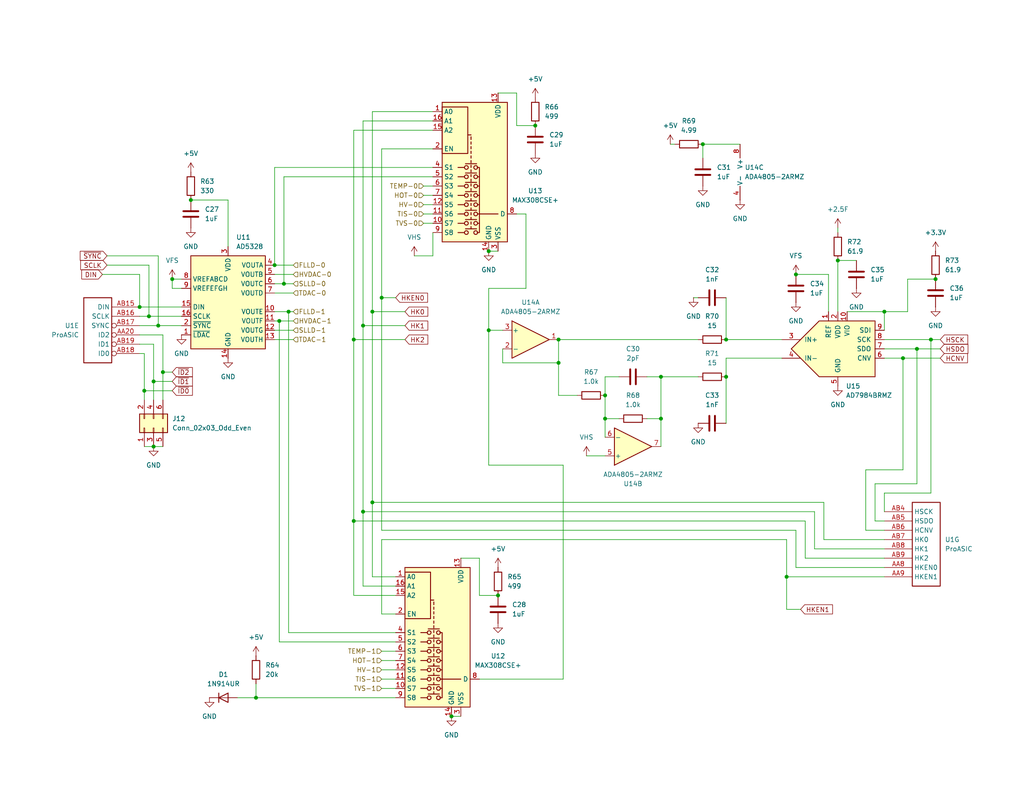
<source format=kicad_sch>
(kicad_sch (version 20231120) (generator "eeschema") (generator_version "8.0")
  (paper "USLetter")
  (title_block (title "QuERI MPU") (date "2024-06-05") (rev "RR1") (company "Noqsi Aerospace Ltd") (comment 1 "15 Blanchard Avenue, Billerica MA 01821") (comment 2 "jpd@noqsi.com"))
  (junction (at 133.35 68.58))
  (junction (at 254 92.71))
  (junction (at 99.06 139.7))
  (junction (at 104.14 81.28))
  (junction (at 76.2 87.63))
  (junction (at 41.91 104.14))
  (junction (at 77.47 77.47))
  (junction (at 133.35 90.17))
  (junction (at 241.3 85.09))
  (junction (at 101.6 137.16))
  (junction (at 146.05 34.29))
  (junction (at 246.38 97.79))
  (junction (at 74.93 72.39))
  (junction (at 180.34 102.87))
  (junction (at 101.6 85.09))
  (junction (at 44.45 101.6))
  (junction (at 255.27 76.2))
  (junction (at 214.63 157.48))
  (junction (at 99.06 88.9))
  (junction (at 46.99 76.2))
  (junction (at 250.19 95.25))
  (junction (at 123.19 195.58))
  (junction (at 69.85 190.5))
  (junction (at 191.77 39.37))
  (junction (at 228.6 71.12))
  (junction (at 198.12 102.87))
  (junction (at 217.17 74.93))
  (junction (at 39.37 106.68))
  (junction (at 41.91 121.92))
  (junction (at 43.18 88.9))
  (junction (at 135.89 162.56))
  (junction (at 165.1 107.95))
  (junction (at 180.34 114.3))
  (junction (at 38.1 83.82))
  (junction (at 165.1 114.3))
  (junction (at 52.07 54.61))
  (junction (at 40.64 86.36))
  (junction (at 78.74 85.09))
  (junction (at 152.4 92.71))
  (junction (at 96.52 142.24))
  (junction (at 198.12 92.71))
  (junction (at 96.52 92.71))
  (junction (at 152.4 99.06))
  (wire (pts (xy 123.19 195.58) (xy 125.73 195.58)))
  (wire (pts (xy 231.14 85.09) (xy 241.3 85.09)))
  (wire (pts (xy 152.4 92.71) (xy 190.5 92.71)))
  (wire (pts (xy 160.02 124.46) (xy 165.1 124.46)))
  (wire (pts (xy 254 134.62) (xy 254 92.71)))
  (wire (pts (xy 115.57 58.42) (xy 118.11 58.42)))
  (wire (pts (xy 143.51 78.74) (xy 133.35 78.74)))
  (wire (pts (xy 246.38 97.79) (xy 241.3 97.79)))
  (wire (pts (xy 250.19 95.25) (xy 241.3 95.25)))
  (wire (pts (xy 113.03 69.85) (xy 118.11 69.85)))
  (wire (pts (xy 180.34 102.87) (xy 176.53 102.87)))
  (wire (pts (xy 43.18 88.9) (xy 49.53 88.9)))
  (wire (pts (xy 165.1 107.95) (xy 165.1 114.3)))
  (wire (pts (xy 107.95 175.26) (xy 76.2 175.26)))
  (wire (pts (xy 247.65 76.2) (xy 255.27 76.2)))
  (wire (pts (xy 130.81 185.42) (xy 153.67 185.42)))
  (wire (pts (xy 130.81 162.56) (xy 130.81 152.4)))
  (wire (pts (xy 80.01 87.63) (xy 76.2 87.63)))
  (wire (pts (xy 241.3 134.62) (xy 254 134.62)))
  (wire (pts (xy 107.95 160.02) (xy 99.06 160.02)))
  (wire (pts (xy 44.45 101.6) (xy 44.45 91.44)))
  (wire (pts (xy 104.14 167.64) (xy 107.95 167.64)))
  (wire (pts (xy 99.06 139.7) (xy 99.06 160.02)))
  (wire (pts (xy 152.4 99.06) (xy 152.4 92.71)))
  (wire (pts (xy 238.76 142.24) (xy 238.76 132.08)))
  (wire (pts (xy 165.1 114.3) (xy 165.1 119.38)))
  (wire (pts (xy 80.01 90.17) (xy 74.93 90.17)))
  (wire (pts (xy 153.67 127) (xy 133.35 127)))
  (wire (pts (xy 104.14 40.64) (xy 118.11 40.64)))
  (wire (pts (xy 247.65 85.09) (xy 247.65 76.2)))
  (wire (pts (xy 241.3 147.32) (xy 224.79 147.32)))
  (wire (pts (xy 104.14 185.42) (xy 107.95 185.42)))
  (wire (pts (xy 104.14 81.28) (xy 107.95 81.28)))
  (wire (pts (xy 226.06 85.09) (xy 226.06 74.93)))
  (wire (pts (xy 43.18 69.85) (xy 43.18 88.9)))
  (wire (pts (xy 241.3 152.4) (xy 219.71 152.4)))
  (wire (pts (xy 101.6 137.16) (xy 101.6 157.48)))
  (wire (pts (xy 44.45 101.6) (xy 46.99 101.6)))
  (wire (pts (xy 133.35 127) (xy 133.35 90.17)))
  (wire (pts (xy 222.25 149.86) (xy 222.25 139.7)))
  (wire (pts (xy 104.14 177.8) (xy 107.95 177.8)))
  (wire (pts (xy 39.37 96.52) (xy 38.1 96.52)))
  (wire (pts (xy 104.14 144.78) (xy 104.14 81.28)))
  (wire (pts (xy 168.91 102.87) (xy 165.1 102.87)))
  (wire (pts (xy 41.91 104.14) (xy 41.91 93.98)))
  (wire (pts (xy 198.12 81.28) (xy 198.12 92.71)))
  (wire (pts (xy 80.01 74.93) (xy 74.93 74.93)))
  (wire (pts (xy 118.11 33.02) (xy 99.06 33.02)))
  (wire (pts (xy 96.52 92.71) (xy 96.52 142.24)))
  (wire (pts (xy 77.47 48.26) (xy 77.47 77.47)))
  (wire (pts (xy 222.25 139.7) (xy 99.06 139.7)))
  (wire (pts (xy 118.11 45.72) (xy 74.93 45.72)))
  (wire (pts (xy 64.77 190.5) (xy 69.85 190.5)))
  (wire (pts (xy 40.64 86.36) (xy 49.53 86.36)))
  (wire (pts (xy 133.35 78.74) (xy 133.35 90.17)))
  (wire (pts (xy 80.01 80.01) (xy 74.93 80.01)))
  (wire (pts (xy 39.37 109.22) (xy 39.37 106.68)))
  (wire (pts (xy 49.53 78.74) (xy 46.99 78.74)))
  (wire (pts (xy 152.4 99.06) (xy 152.4 107.95)))
  (wire (pts (xy 118.11 35.56) (xy 96.52 35.56)))
  (wire (pts (xy 246.38 97.79) (xy 256.54 97.79)))
  (wire (pts (xy 101.6 137.16) (xy 224.79 137.16)))
  (wire (pts (xy 39.37 106.68) (xy 39.37 96.52)))
  (wire (pts (xy 41.91 121.92) (xy 44.45 121.92)))
  (wire (pts (xy 228.6 63.5) (xy 228.6 62.23)))
  (wire (pts (xy 80.01 72.39) (xy 74.93 72.39)))
  (wire (pts (xy 241.3 144.78) (xy 236.22 144.78)))
  (wire (pts (xy 228.6 71.12) (xy 228.6 85.09)))
  (wire (pts (xy 76.2 87.63) (xy 74.93 87.63)))
  (wire (pts (xy 69.85 190.5) (xy 107.95 190.5)))
  (wire (pts (xy 41.91 93.98) (xy 38.1 93.98)))
  (wire (pts (xy 140.97 34.29) (xy 146.05 34.29)))
  (wire (pts (xy 226.06 74.93) (xy 217.17 74.93)))
  (wire (pts (xy 214.63 147.32) (xy 104.14 147.32)))
  (wire (pts (xy 69.85 186.69) (xy 69.85 190.5)))
  (wire (pts (xy 46.99 76.2) (xy 49.53 76.2)))
  (wire (pts (xy 38.1 88.9) (xy 43.18 88.9)))
  (wire (pts (xy 39.37 106.68) (xy 46.99 106.68)))
  (wire (pts (xy 99.06 33.02) (xy 99.06 88.9)))
  (wire (pts (xy 29.21 72.39) (xy 40.64 72.39)))
  (wire (pts (xy 39.37 121.92) (xy 41.91 121.92)))
  (wire (pts (xy 130.81 152.4) (xy 125.73 152.4)))
  (wire (pts (xy 219.71 142.24) (xy 96.52 142.24)))
  (wire (pts (xy 41.91 109.22) (xy 41.91 104.14)))
  (wire (pts (xy 104.14 81.28) (xy 104.14 40.64)))
  (wire (pts (xy 135.89 25.4) (xy 140.97 25.4)))
  (wire (pts (xy 182.88 39.37) (xy 184.15 39.37)))
  (wire (pts (xy 76.2 175.26) (xy 76.2 87.63)))
  (wire (pts (xy 241.3 85.09) (xy 247.65 85.09)))
  (wire (pts (xy 214.63 157.48) (xy 214.63 147.32)))
  (wire (pts (xy 96.52 35.56) (xy 96.52 92.71)))
  (wire (pts (xy 101.6 30.48) (xy 101.6 85.09)))
  (wire (pts (xy 27.94 74.93) (xy 38.1 74.93)))
  (wire (pts (xy 236.22 144.78) (xy 236.22 128.27)))
  (wire (pts (xy 168.91 114.3) (xy 165.1 114.3)))
  (wire (pts (xy 153.67 185.42) (xy 153.67 127)))
  (wire (pts (xy 140.97 25.4) (xy 140.97 34.29)))
  (wire (pts (xy 115.57 53.34) (xy 118.11 53.34)))
  (wire (pts (xy 241.3 154.94) (xy 217.17 154.94)))
  (wire (pts (xy 115.57 50.8) (xy 118.11 50.8)))
  (wire (pts (xy 198.12 102.87) (xy 198.12 115.57)))
  (wire (pts (xy 198.12 97.79) (xy 198.12 102.87)))
  (wire (pts (xy 104.14 180.34) (xy 107.95 180.34)))
  (wire (pts (xy 44.45 91.44) (xy 38.1 91.44)))
  (wire (pts (xy 137.16 99.06) (xy 152.4 99.06)))
  (wire (pts (xy 29.21 69.85) (xy 43.18 69.85)))
  (wire (pts (xy 107.95 172.72) (xy 78.74 172.72)))
  (wire (pts (xy 228.6 71.12) (xy 233.68 71.12)))
  (wire (pts (xy 96.52 142.24) (xy 96.52 162.56)))
  (wire (pts (xy 191.77 39.37) (xy 201.93 39.37)))
  (wire (pts (xy 254 92.71) (xy 241.3 92.71)))
  (wire (pts (xy 96.52 92.71) (xy 110.49 92.71)))
  (wire (pts (xy 104.14 182.88) (xy 107.95 182.88)))
  (wire (pts (xy 241.3 139.7) (xy 241.3 134.62)))
  (wire (pts (xy 104.14 187.96) (xy 107.95 187.96)))
  (wire (pts (xy 38.1 86.36) (xy 40.64 86.36)))
  (wire (pts (xy 41.91 104.14) (xy 46.99 104.14)))
  (wire (pts (xy 130.81 162.56) (xy 135.89 162.56)))
  (wire (pts (xy 241.3 85.09) (xy 241.3 90.17)))
  (wire (pts (xy 104.14 147.32) (xy 104.14 167.64)))
  (wire (pts (xy 236.22 128.27) (xy 246.38 128.27)))
  (wire (pts (xy 180.34 102.87) (xy 180.34 114.3)))
  (wire (pts (xy 62.23 67.31) (xy 62.23 54.61)))
  (wire (pts (xy 118.11 30.48) (xy 101.6 30.48)))
  (wire (pts (xy 152.4 107.95) (xy 157.48 107.95)))
  (wire (pts (xy 115.57 55.88) (xy 118.11 55.88)))
  (wire (pts (xy 241.3 149.86) (xy 222.25 149.86)))
  (wire (pts (xy 96.52 162.56) (xy 107.95 162.56)))
  (wire (pts (xy 40.64 72.39) (xy 40.64 86.36)))
  (wire (pts (xy 254 92.71) (xy 256.54 92.71)))
  (wire (pts (xy 191.77 39.37) (xy 191.77 43.18)))
  (wire (pts (xy 101.6 85.09) (xy 101.6 137.16)))
  (wire (pts (xy 218.44 166.37) (xy 214.63 166.37)))
  (wire (pts (xy 38.1 83.82) (xy 49.53 83.82)))
  (wire (pts (xy 180.34 121.92) (xy 180.34 114.3)))
  (wire (pts (xy 180.34 114.3) (xy 176.53 114.3)))
  (wire (pts (xy 46.99 78.74) (xy 46.99 76.2)))
  (wire (pts (xy 74.93 45.72) (xy 74.93 72.39)))
  (wire (pts (xy 80.01 92.71) (xy 74.93 92.71)))
  (wire (pts (xy 165.1 102.87) (xy 165.1 107.95)))
  (wire (pts (xy 133.35 90.17) (xy 137.16 90.17)))
  (wire (pts (xy 241.3 157.48) (xy 214.63 157.48)))
  (wire (pts (xy 250.19 132.08) (xy 250.19 95.25)))
  (wire (pts (xy 99.06 88.9) (xy 99.06 139.7)))
  (wire (pts (xy 101.6 85.09) (xy 110.49 85.09)))
  (wire (pts (xy 140.97 58.42) (xy 143.51 58.42)))
  (wire (pts (xy 99.06 88.9) (xy 110.49 88.9)))
  (wire (pts (xy 217.17 144.78) (xy 104.14 144.78)))
  (wire (pts (xy 118.11 48.26) (xy 77.47 48.26)))
  (wire (pts (xy 77.47 77.47) (xy 74.93 77.47)))
  (wire (pts (xy 246.38 128.27) (xy 246.38 97.79)))
  (wire (pts (xy 44.45 109.22) (xy 44.45 101.6)))
  (wire (pts (xy 38.1 74.93) (xy 38.1 83.82)))
  (wire (pts (xy 189.23 81.28) (xy 190.5 81.28)))
  (wire (pts (xy 143.51 58.42) (xy 143.51 78.74)))
  (wire (pts (xy 80.01 85.09) (xy 78.74 85.09)))
  (wire (pts (xy 133.35 68.58) (xy 135.89 68.58)))
  (wire (pts (xy 78.74 172.72) (xy 78.74 85.09)))
  (wire (pts (xy 180.34 102.87) (xy 190.5 102.87)))
  (wire (pts (xy 250.19 95.25) (xy 256.54 95.25)))
  (wire (pts (xy 62.23 54.61) (xy 52.07 54.61)))
  (wire (pts (xy 217.17 154.94) (xy 217.17 144.78)))
  (wire (pts (xy 214.63 166.37) (xy 214.63 157.48)))
  (wire (pts (xy 80.01 77.47) (xy 77.47 77.47)))
  (wire (pts (xy 238.76 132.08) (xy 250.19 132.08)))
  (wire (pts (xy 115.57 60.96) (xy 118.11 60.96)))
  (wire (pts (xy 118.11 69.85) (xy 118.11 63.5)))
  (wire (pts (xy 74.93 85.09) (xy 78.74 85.09)))
  (wire (pts (xy 101.6 157.48) (xy 107.95 157.48)))
  (wire (pts (xy 213.36 97.79) (xy 198.12 97.79)))
  (wire (pts (xy 219.71 152.4) (xy 219.71 142.24)))
  (wire (pts (xy 137.16 95.25) (xy 137.16 99.06)))
  (wire (pts (xy 198.12 92.71) (xy 213.36 92.71)))
  (wire (pts (xy 241.3 142.24) (xy 238.76 142.24)))
  (wire (pts (xy 224.79 147.32) (xy 224.79 137.16)))
  (global_label "HK0" (shape input) (at 110.49 85.09 0) (property "Intersheetrefs" "${INTERSHEET_REFS}" (effects (hide yes))))
  (global_label "~{ID0}" (shape input) (at 46.99 106.68 0) (property "Intersheetrefs" "${INTERSHEET_REFS}" (effects (hide yes))))
  (global_label "~{ID2}" (shape input) (at 46.99 101.6 0) (property "Intersheetrefs" "${INTERSHEET_REFS}" (effects (hide yes))))
  (global_label "HSDO" (shape input) (at 256.54 95.25 0) (property "Intersheetrefs" "${INTERSHEET_REFS}" (effects (hide yes))))
  (global_label "HKEN1" (shape input) (at 218.44 166.37 0) (property "Intersheetrefs" "${INTERSHEET_REFS}" (effects (hide yes))))
  (global_label "DIN" (shape input) (at 27.94 74.93 180) (property "Intersheetrefs" "${INTERSHEET_REFS}" (effects (hide yes))))
  (global_label "HCNV" (shape input) (at 256.54 97.79 0) (property "Intersheetrefs" "${INTERSHEET_REFS}" (effects (hide yes))))
  (global_label "SCLK" (shape input) (at 29.21 72.39 180) (property "Intersheetrefs" "${INTERSHEET_REFS}" (effects (hide yes))))
  (global_label "~{SYNC}" (shape input) (at 29.21 69.85 180) (property "Intersheetrefs" "${INTERSHEET_REFS}" (effects (hide yes))))
  (global_label "HK1" (shape input) (at 110.49 88.9 0) (property "Intersheetrefs" "${INTERSHEET_REFS}" (effects (hide yes))))
  (global_label "HSCK" (shape input) (at 256.54 92.71 0) (property "Intersheetrefs" "${INTERSHEET_REFS}" (effects (hide yes))))
  (global_label "HK2" (shape input) (at 110.49 92.71 0) (property "Intersheetrefs" "${INTERSHEET_REFS}" (effects (hide yes))))
  (global_label "HKEN0" (shape input) (at 107.95 81.28 0) (property "Intersheetrefs" "${INTERSHEET_REFS}" (effects (hide yes))))
  (global_label "~{ID1}" (shape input) (at 46.99 104.14 0) (property "Intersheetrefs" "${INTERSHEET_REFS}" (effects (hide yes))))
  (hierarchical_label "HV-1" (shape input) (at 104.14 182.88 180))
  (hierarchical_label "HOT-1" (shape input) (at 104.14 180.34 180))
  (hierarchical_label "SLLD-1" (shape input) (at 80.01 90.17 0))
  (hierarchical_label "TIS-1" (shape input) (at 104.14 185.42 180))
  (hierarchical_label "TVS-1" (shape input) (at 104.14 187.96 180))
  (hierarchical_label "TIS-0" (shape input) (at 115.57 58.42 180))
  (hierarchical_label "HV-0" (shape input) (at 115.57 55.88 180))
  (hierarchical_label "FLLD-0" (shape input) (at 80.01 72.39 0))
  (hierarchical_label "TVS-0" (shape input) (at 115.57 60.96 180))
  (hierarchical_label "TDAC-0" (shape input) (at 80.01 80.01 0))
  (hierarchical_label "TEMP-1" (shape input) (at 104.14 177.8 180))
  (hierarchical_label "HOT-0" (shape input) (at 115.57 53.34 180))
  (hierarchical_label "TDAC-1" (shape input) (at 80.01 92.71 0))
  (hierarchical_label "TEMP-0" (shape input) (at 115.57 50.8 180))
  (hierarchical_label "FLLD-1" (shape input) (at 80.01 85.09 0))
  (hierarchical_label "HVDAC-0" (shape input) (at 80.01 74.93 0))
  (hierarchical_label "SLLD-0" (shape input) (at 80.01 77.47 0))
  (hierarchical_label "HVDAC-1" (shape input) (at 80.01 87.63 0))
  (symbol (lib_id "QuERI_symbols:C") (at 146.05 38.1 0) (unit 1)
    (property "Reference" "C29" (at 149.86 36.8299 0) (effects (justify left)))
    (property "Value" "1uF" (at 149.86 39.3699 0) (effects (justify left)))
    (property "Footprint" "Capacitor_SMD:C_0805_2012Metric" (effects (hide yes)))
    (property "Description" "Unpolarized capacitor" (effects (hide yes)))
    (property "Spec" "16WVDC X7R" (effects (hide yes)))
  )
  (symbol (lib_id "QuERI_symbols:+2.5F") (at 217.17 74.93 0) (unit 1)
    (property "Reference" "#PWR0107" (effects (hide yes)))
    (property "Value" "VFS" (at 217.17 69.85 0))
    (property "Description" "Power symbol creates a global label with name \"+2.5F\"" (effects (hide yes)))
  )
  (symbol (lib_id "power:GND") (at 228.6 105.41 0) (unit 1)
    (property "Reference" "#PWR0109" (effects (hide yes)))
    (property "Value" "GND" (at 228.6 110.49 0))
    (property "Description" "Power symbol creates a global label with name \"GND\" , ground" (effects (hide yes)))
  )
  (symbol (lib_id "QuERI_symbols:Rlowp") (at 146.05 30.48 0) (unit 1)
    (property "Reference" "R66" (at 148.59 29.2099 0) (effects (justify left)))
    (property "Value" "499" (at 148.59 31.7499 0) (effects (justify left)))
    (property "Footprint" "Resistor_SMD:R_0603_1608Metric" (effects (hide yes)))
    (property "Description" "Resistor" (effects (hide yes)))
    (property "Spec" "1% 1/10W" (effects (hide yes)))
  )
  (symbol (lib_id "QuERI_symbols:1N914UR") (at 60.96 190.5 0) (unit 1)
    (property "Reference" "D1" (at 60.96 184.15 0))
    (property "Value" "1N914UR" (at 60.96 186.69 0))
    (property "Footprint" "Diode_SMD:D_MiniMELF" (effects (hide yes)))
    (property "Description" "General Purpose Switching Diode" (effects (hide yes)))
    (property "Sim.Device" "D" (effects (hide yes)))
    (property "Sim.Pins" "1=K 2=A" (effects (hide yes)))
  )
  (symbol (lib_id "QuERI_symbols:+2.5F") (at 160.02 124.46 0) (unit 1)
    (property "Reference" "#PWR0101" (effects (hide yes)))
    (property "Value" "VHS" (at 160.02 119.38 0))
    (property "Description" "Power symbol creates a global label with name \"+2.5F\"" (effects (hide yes)))
  )
  (symbol (lib_id "QuERI_symbols:Rlowp") (at 69.85 182.88 0) (unit 1)
    (property "Reference" "R64" (at 72.39 181.6099 0) (effects (justify left)))
    (property "Value" "20k" (at 72.39 184.1499 0) (effects (justify left)))
    (property "Footprint" "Resistor_SMD:R_0603_1608Metric" (effects (hide yes)))
    (property "Description" "Resistor" (effects (hide yes)))
    (property "Spec" "1% 1/10W" (effects (hide yes)))
  )
  (symbol (lib_id "QuERI_symbols:Rlowp") (at 161.29 107.95 90) (unit 1)
    (property "Reference" "R67" (at 161.29 101.6 90))
    (property "Value" "1.0k" (at 161.29 104.14 90))
    (property "Footprint" "Resistor_SMD:R_0603_1608Metric" (effects (hide yes)))
    (property "Description" "Resistor" (effects (hide yes)))
    (property "Spec" "1% 1/10W" (effects (hide yes)))
  )
  (symbol (lib_id "power:GND") (at 189.23 81.28 0) (unit 1)
    (property "Reference" "#PWR0103" (effects (hide yes)))
    (property "Value" "GND" (at 189.23 86.36 0))
    (property "Description" "Power symbol creates a global label with name \"GND\" , ground" (effects (hide yes)))
  )
  (symbol (lib_id "QuERI_symbols:+2.5F") (at 228.6 62.23 0) (unit 1)
    (property "Reference" "#PWR0335" (effects (hide yes)))
    (property "Value" "+2.5F" (at 228.6 57.15 0))
    (property "Description" "Power symbol creates a global label with name \"+2.5F\"" (effects (hide yes)))
  )
  (symbol (lib_id "power:+3.3V") (at 255.27 68.58 0) (unit 1)
    (property "Reference" "#PWR0111" (effects (hide yes)))
    (property "Value" "+3.3V" (at 255.27 63.5 0))
    (property "Description" "Power symbol creates a global label with name \"+3.3V\"" (effects (hide yes)))
  )
  (symbol (lib_id "QuERI_symbols:ADA4805-2ARMZ") (at 172.72 121.92 0) (mirror x) (unit 2)
    (property "Reference" "U14" (at 172.72 132.08 0))
    (property "Value" "ADA4805-2ARMZ" (at 172.72 129.54 0))
    (property "Footprint" "Package_SO:MSOP-8_3x3mm_P0.65mm" (effects (hide yes)))
    (property "Datasheet" "https://www.analog.com/media/en/technical-documentation/data-sheets/ADA4805-1_4805-2.pdf" (effects (hide yes)))
    (property "Description" "Dual Operational Amplifiers, DIP-8/SOIC-8/TSSOP-8/VSSOP-8" (effects (hide yes)))
  )
  (symbol (lib_id "QuERI_FPGA:ProASIC") (at 38.1 83.82 0) (mirror y) (unit 5)
    (property "Reference" "U1" (at 21.59 88.8999 0) (effects (justify left)))
    (property "Value" "ProASIC" (at 21.59 91.4399 0) (effects (justify left)))
    (property "Footprint" "Package_BGA:BGA-484_23.0x23.0mm_Layout22x22_P1.0mm" (effects (hide yes)))
    (property "Datasheet" "	https://www.microsemi.com/document-portal/doc_download/130701-ds0098-proasic3e-flash-family-fpgas-datasheet" (effects (hide yes)))
    (property "Description" "	A3PE3000-FGG484" (effects (hide yes)))
    (property "desc" "	FPGA" (effects (hide yes)))
  )
  (symbol (lib_id "QuERI_symbols:Rlowp") (at 52.07 50.8 0) (unit 1)
    (property "Reference" "R63" (at 54.61 49.5299 0) (effects (justify left)))
    (property "Value" "330" (at 54.61 52.0699 0) (effects (justify left)))
    (property "Footprint" "Resistor_SMD:R_0603_1608Metric" (effects (hide yes)))
    (property "Description" "Resistor" (effects (hide yes)))
    (property "Spec" "1% 1/10W" (effects (hide yes)))
  )
  (symbol (lib_id "QuERI_symbols:C") (at 135.89 166.37 0) (unit 1)
    (property "Reference" "C28" (at 139.7 165.0999 0) (effects (justify left)))
    (property "Value" "1uF" (at 139.7 167.6399 0) (effects (justify left)))
    (property "Footprint" "Capacitor_SMD:C_0805_2012Metric" (effects (hide yes)))
    (property "Description" "Unpolarized capacitor" (effects (hide yes)))
    (property "Spec" "16WVDC X7R" (effects (hide yes)))
  )
  (symbol (lib_id "power:GND") (at 57.15 190.5 0) (unit 1)
    (property "Reference" "#PWR092" (effects (hide yes)))
    (property "Value" "GND" (at 57.15 195.58 0))
    (property "Description" "Power symbol creates a global label with name \"GND\" , ground" (effects (hide yes)))
  )
  (symbol (lib_id "power:GND") (at 191.77 50.8 0) (unit 1)
    (property "Reference" "#PWR0105" (effects (hide yes)))
    (property "Value" "GND" (at 191.77 55.88 0))
    (property "Description" "Power symbol creates a global label with name \"GND\" , ground" (effects (hide yes)))
  )
  (symbol (lib_id "QuERI_symbols:Csmall") (at 194.31 115.57 90) (unit 1)
    (property "Reference" "C33" (at 194.31 107.95 90))
    (property "Value" "1nF" (at 194.31 110.49 90))
    (property "Footprint" "Capacitor_SMD:C_0603_1608Metric" (effects (hide yes)))
    (property "Description" "Unpolarized capacitor" (effects (hide yes)))
    (property "Spec" "50WVDC C0G" (effects (hide yes)))
  )
  (symbol (lib_id "QuERI_symbols:Rlowp") (at 172.72 114.3 90) (unit 1)
    (property "Reference" "R68" (at 172.72 107.95 90))
    (property "Value" "1.0k" (at 172.72 110.49 90))
    (property "Footprint" "Resistor_SMD:R_0603_1608Metric" (effects (hide yes)))
    (property "Description" "Resistor" (effects (hide yes)))
    (property "Spec" "1% 1/10W" (effects (hide yes)))
  )
  (symbol (lib_id "power:+5V") (at 182.88 39.37 0) (unit 1)
    (property "Reference" "#PWR0102" (effects (hide yes)))
    (property "Value" "+5V" (at 182.88 34.29 0))
    (property "Description" "Power symbol creates a global label with name \"+5V\"" (effects (hide yes)))
  )
  (symbol (lib_id "power:GND") (at 49.53 91.44 0) (unit 1)
    (property "Reference" "#PWR091" (effects (hide yes)))
    (property "Value" "GND" (at 49.53 96.52 0))
    (property "Description" "Power symbol creates a global label with name \"GND\" , ground" (effects (hide yes)))
  )
  (symbol (lib_id "QuERI_symbols:Rlowp") (at 255.27 72.39 0) (unit 1)
    (property "Reference" "R73" (at 257.81 71.12 0) (effects (justify left)))
    (property "Value" "61.9" (at 257.81 73.66 0) (effects (justify left)))
    (property "Footprint" "Resistor_SMD:R_0603_1608Metric" (effects (hide yes)))
    (property "Description" "Resistor" (effects (hide yes)))
    (property "Spec" "1% 1/10W" (effects (hide yes)))
  )
  (symbol (lib_id "QuERI_symbols:Rlowp") (at 135.89 158.75 0) (unit 1)
    (property "Reference" "R65" (at 138.43 157.4799 0) (effects (justify left)))
    (property "Value" "499" (at 138.43 160.0199 0) (effects (justify left)))
    (property "Footprint" "Resistor_SMD:R_0603_1608Metric" (effects (hide yes)))
    (property "Description" "Resistor" (effects (hide yes)))
    (property "Spec" "1% 1/10W" (effects (hide yes)))
  )
  (symbol (lib_id "QuERI_FPGA:ProASIC") (at 241.3 139.7 0) (unit 7)
    (property "Reference" "U1" (at 257.81 147.3199 0) (effects (justify left)))
    (property "Value" "ProASIC" (at 257.81 149.8599 0) (effects (justify left)))
    (property "Footprint" "Package_BGA:BGA-484_23.0x23.0mm_Layout22x22_P1.0mm" (effects (hide yes)))
    (property "Datasheet" "	https://www.microsemi.com/document-portal/doc_download/130701-ds0098-proasic3e-flash-family-fpgas-datasheet" (effects (hide yes)))
    (property "Description" "	A3PE3000-FGG484" (effects (hide yes)))
    (property "desc" "	FPGA" (effects (hide yes)))
  )
  (symbol (lib_id "QuERI_symbols:ADA4805-2ARMZ") (at 144.78 92.71 0) (unit 1)
    (property "Reference" "U14" (at 144.78 82.55 0))
    (property "Value" "ADA4805-2ARMZ" (at 144.78 85.09 0))
    (property "Footprint" "Package_SO:MSOP-8_3x3mm_P0.65mm" (effects (hide yes)))
    (property "Datasheet" "https://www.analog.com/media/en/technical-documentation/data-sheets/ADA4805-1_4805-2.pdf" (effects (hide yes)))
    (property "Description" "Dual Operational Amplifiers, DIP-8/SOIC-8/TSSOP-8/VSSOP-8" (effects (hide yes)))
  )
  (symbol (lib_id "QuERI_symbols:Rlowp") (at 187.96 39.37 90) (unit 1)
    (property "Reference" "R69" (at 187.96 33.02 90))
    (property "Value" "4.99" (at 187.96 35.56 90))
    (property "Footprint" "Resistor_SMD:R_0603_1608Metric" (effects (hide yes)))
    (property "Description" "Resistor" (effects (hide yes)))
    (property "Spec" "1% 1/10W" (effects (hide yes)))
  )
  (symbol (lib_id "QuERI_symbols:AD7984BRMZ") (at 228.6 95.25 0) (unit 1)
    (property "Reference" "U15" (at 230.7941 105.41 0) (effects (justify left)))
    (property "Value" "AD7984BRMZ" (at 230.7941 107.95 0) (effects (justify left)))
    (property "Footprint" "Package_SO:MSOP-10_3x3mm_P0.5mm" (effects (hide yes)))
    (property "Datasheet" "https://www.analog.com/media/en/technical-documentation/data-sheets/AD7984.pdf" (effects (hide yes)))
    (property "Description" "18-Bit, 1.33 MSPS, Differential SAR ADC, MSOP-10" (effects (hide yes)))
  )
  (symbol (lib_id "QuERI_symbols:+2.5F") (at 113.03 69.85 0) (unit 1)
    (property "Reference" "#PWR0334" (effects (hide yes)))
    (property "Value" "VHS" (at 113.03 64.77 0))
    (property "Description" "Power symbol creates a global label with name \"+2.5F\"" (effects (hide yes)))
  )
  (symbol (lib_id "power:+5V") (at 146.05 26.67 0) (unit 1)
    (property "Reference" "#PWR099" (effects (hide yes)))
    (property "Value" "+5V" (at 146.05 21.59 0))
    (property "Description" "Power symbol creates a global label with name \"+5V\"" (effects (hide yes)))
  )
  (symbol (lib_id "QuERI_symbols:MAX308CSE+") (at 118.11 175.26 0) (unit 1)
    (property "Reference" "U12" (at 135.89 179.1014 0))
    (property "Value" "MAX308CSE+" (at 135.89 181.6414 0))
    (property "Footprint" "Package_SO:SO-16_3.9x9.9mm_P1.27mm" (effects (hide yes)))
    (property "Datasheet" "https://www.analog.com/media/en/technical-documentation/data-sheets/MAX308-MAX309.pdf" (effects (hide yes)))
    (property "Description" "8-channel iCMOS analog multiplexer, SO-16" (effects (hide yes)))
  )
  (symbol (lib_id "power:GND") (at 135.89 170.18 0) (unit 1)
    (property "Reference" "#PWR098" (effects (hide yes)))
    (property "Value" "GND" (at 135.89 175.26 0))
    (property "Description" "Power symbol creates a global label with name \"GND\" , ground" (effects (hide yes)))
  )
  (symbol (lib_id "power:GND") (at 201.93 54.61 0) (unit 1)
    (property "Reference" "#PWR0106" (effects (hide yes)))
    (property "Value" "GND" (at 201.93 59.69 0))
    (property "Description" "Power symbol creates a global label with name \"GND\" , ground" (effects (hide yes)))
  )
  (symbol (lib_id "QuERI_symbols:C") (at 233.68 74.93 0) (unit 1)
    (property "Reference" "C35" (at 237.49 73.66 0) (effects (justify left)))
    (property "Value" "1uF" (at 237.49 76.2 0) (effects (justify left)))
    (property "Footprint" "Capacitor_SMD:C_0805_2012Metric" (effects (hide yes)))
    (property "Description" "Unpolarized capacitor" (effects (hide yes)))
    (property "Spec" "16WVDC X7R" (effects (hide yes)))
  )
  (symbol (lib_id "QuERI_symbols:VFS") (at 46.99 76.2 0) (unit 1)
    (property "Reference" "#PWR090" (effects (hide yes)))
    (property "Value" "VFS" (at 46.99 71.12 0))
    (property "Description" "Power symbol for full scale ADC voltage" (effects (hide yes)))
  )
  (symbol (lib_id "QuERI_symbols:ADA4805-2ARMZ") (at 204.47 46.99 0) (unit 3)
    (property "Reference" "U14" (at 203.2 45.72 0) (effects (justify left)))
    (property "Value" "ADA4805-2ARMZ" (at 203.2 48.26 0) (effects (justify left)))
    (property "Footprint" "Package_SO:MSOP-8_3x3mm_P0.65mm" (effects (hide yes)))
    (property "Datasheet" "https://www.analog.com/media/en/technical-documentation/data-sheets/ADA4805-1_4805-2.pdf" (effects (hide yes)))
    (property "Description" "Dual Operational Amplifiers, DIP-8/SOIC-8/TSSOP-8/VSSOP-8" (effects (hide yes)))
  )
  (symbol (lib_id "QuERI_symbols:C") (at 191.77 46.99 0) (unit 1)
    (property "Reference" "C31" (at 195.58 45.72 0) (effects (justify left)))
    (property "Value" "1uF" (at 195.58 48.26 0) (effects (justify left)))
    (property "Footprint" "Capacitor_SMD:C_0805_2012Metric" (effects (hide yes)))
    (property "Description" "Unpolarized capacitor" (effects (hide yes)))
    (property "Spec" "16WVDC X7R" (effects (hide yes)))
  )
  (symbol (lib_id "QuERI_symbols:C") (at 255.27 80.01 0) (unit 1)
    (property "Reference" "C36" (at 259.08 78.74 0) (effects (justify left)))
    (property "Value" "1uF" (at 259.08 81.28 0) (effects (justify left)))
    (property "Footprint" "Capacitor_SMD:C_0805_2012Metric" (effects (hide yes)))
    (property "Description" "Unpolarized capacitor" (effects (hide yes)))
    (property "Spec" "16WVDC X7R" (effects (hide yes)))
  )
  (symbol (lib_id "power:GND") (at 190.5 115.57 0) (unit 1)
    (property "Reference" "#PWR0104" (effects (hide yes)))
    (property "Value" "GND" (at 190.5 120.65 0))
    (property "Description" "Power symbol creates a global label with name \"GND\" , ground" (effects (hide yes)))
  )
  (symbol (lib_id "power:+5V") (at 52.07 46.99 0) (unit 1)
    (property "Reference" "#PWR087" (effects (hide yes)))
    (property "Value" "+5V" (at 52.07 41.91 0))
    (property "Description" "Power symbol creates a global label with name \"+5V\"" (effects (hide yes)))
  )
  (symbol (lib_id "power:GND") (at 41.91 121.92 0) (unit 1)
    (property "Reference" "#PWR089" (effects (hide yes)))
    (property "Value" "GND" (at 41.91 127 0))
    (property "Description" "Power symbol creates a global label with name \"GND\" , ground" (effects (hide yes)))
  )
  (symbol (lib_id "power:GND") (at 123.19 195.58 0) (unit 1)
    (property "Reference" "#PWR095" (effects (hide yes)))
    (property "Value" "GND" (at 123.19 200.66 0))
    (property "Description" "Power symbol creates a global label with name \"GND\" , ground" (effects (hide yes)))
  )
  (symbol (lib_id "QuERI_symbols:Rlowp") (at 194.31 102.87 90) (unit 1)
    (property "Reference" "R71" (at 194.31 96.52 90))
    (property "Value" "15" (at 194.31 99.06 90))
    (property "Footprint" "Resistor_SMD:R_0603_1608Metric" (effects (hide yes)))
    (property "Description" "Resistor" (effects (hide yes)))
    (property "Spec" "1% 1/10W" (effects (hide yes)))
  )
  (symbol (lib_id "power:GND") (at 217.17 82.55 0) (unit 1)
    (property "Reference" "#PWR0108" (effects (hide yes)))
    (property "Value" "GND" (at 217.17 87.63 0))
    (property "Description" "Power symbol creates a global label with name \"GND\" , ground" (effects (hide yes)))
  )
  (symbol (lib_id "QuERI_symbols:C") (at 217.17 78.74 0) (unit 1)
    (property "Reference" "C34" (at 220.98 77.47 0) (effects (justify left)))
    (property "Value" "1uF" (at 220.98 80.01 0) (effects (justify left)))
    (property "Footprint" "Capacitor_SMD:C_0805_2012Metric" (effects (hide yes)))
    (property "Description" "Unpolarized capacitor" (effects (hide yes)))
    (property "Spec" "16WVDC X7R" (effects (hide yes)))
  )
  (symbol (lib_id "power:GND") (at 52.07 62.23 0) (unit 1)
    (property "Reference" "#PWR088" (effects (hide yes)))
    (property "Value" "GND" (at 52.07 67.31 0))
    (property "Description" "Power symbol creates a global label with name \"GND\" , ground" (effects (hide yes)))
  )
  (symbol (lib_id "QuERI_symbols:Rlowp") (at 228.6 67.31 0) (unit 1)
    (property "Reference" "R72" (at 231.14 66.04 0) (effects (justify left)))
    (property "Value" "61.9" (at 231.14 68.58 0) (effects (justify left)))
    (property "Footprint" "Resistor_SMD:R_0603_1608Metric" (effects (hide yes)))
    (property "Description" "Resistor" (effects (hide yes)))
    (property "Spec" "1% 1/10W" (effects (hide yes)))
  )
  (symbol (lib_id "QuERI_symbols:Csmall") (at 172.72 102.87 90) (unit 1)
    (property "Reference" "C30" (at 172.72 95.25 90))
    (property "Value" "2pF" (at 172.72 97.79 90))
    (property "Footprint" "Capacitor_SMD:C_0603_1608Metric" (effects (hide yes)))
    (property "Description" "Unpolarized capacitor" (effects (hide yes)))
    (property "Spec" "50WVDC C0G" (effects (hide yes)))
  )
  (symbol (lib_id "QuERI_symbols:MAX308CSE+") (at 128.27 48.26 0) (unit 1)
    (property "Reference" "U13" (at 146.05 52.1014 0))
    (property "Value" "MAX308CSE+" (at 146.05 54.6414 0))
    (property "Footprint" "Package_SO:SO-16_3.9x9.9mm_P1.27mm" (effects (hide yes)))
    (property "Datasheet" "https://www.analog.com/media/en/technical-documentation/data-sheets/MAX308-MAX309.pdf" (effects (hide yes)))
    (property "Description" "8-channel iCMOS analog multiplexer, SO-16" (effects (hide yes)))
  )
  (symbol (lib_id "power:+5V") (at 135.89 154.94 0) (unit 1)
    (property "Reference" "#PWR097" (effects (hide yes)))
    (property "Value" "+5V" (at 135.89 149.86 0))
    (property "Description" "Power symbol creates a global label with name \"+5V\"" (effects (hide yes)))
  )
  (symbol (lib_id "power:GND") (at 133.35 68.58 0) (unit 1)
    (property "Reference" "#PWR096" (effects (hide yes)))
    (property "Value" "GND" (at 133.35 73.66 0))
    (property "Description" "Power symbol creates a global label with name \"GND\" , ground" (effects (hide yes)))
  )
  (symbol (lib_id "power:GND") (at 146.05 41.91 0) (unit 1)
    (property "Reference" "#PWR0100" (effects (hide yes)))
    (property "Value" "GND" (at 146.05 46.99 0))
    (property "Description" "Power symbol creates a global label with name \"GND\" , ground" (effects (hide yes)))
  )
  (symbol (lib_id "Connector_Generic:Conn_02x03_Odd_Even") (at 41.91 116.84 90) (unit 1)
    (property "Reference" "J12" (at 46.99 114.2999 90) (effects (justify right)))
    (property "Value" "Conn_02x03_Odd_Even" (at 46.99 116.8399 90) (effects (justify right)))
    (property "Footprint" "Connector_PinHeader_2.54mm:PinHeader_2x03_P2.54mm_Vertical" (effects (hide yes)))
    (property "Description" "Generic connector, double row, 02x03, odd/even pin numbering scheme (row 1 odd numbers, row 2 even numbers), script generated (kicad-library-utils/schlib/autogen/connector/)" (effects (hide yes)))
  )
  (symbol (lib_id "QuERI_symbols:AD5328") (at 62.23 82.55 0) (unit 1)
    (property "Reference" "U11" (at 64.4241 64.77 0) (effects (justify left)))
    (property "Value" "AD5328" (at 64.4241 67.31 0) (effects (justify left)))
    (property "Footprint" "Package_SO:TSSOP-16_4.4x5mm_P0.65mm" (effects (hide yes)))
    (property "Description" "Octal 12 bit DAC" (effects (hide yes)))
  )
  (symbol (lib_id "power:GND") (at 233.68 78.74 0) (unit 1)
    (property "Reference" "#PWR0110" (effects (hide yes)))
    (property "Value" "GND" (at 233.68 83.82 0))
    (property "Description" "Power symbol creates a global label with name \"GND\" , ground" (effects (hide yes)))
  )
  (symbol (lib_id "power:+5V") (at 69.85 179.07 0) (unit 1)
    (property "Reference" "#PWR094" (effects (hide yes)))
    (property "Value" "+5V" (at 69.85 173.99 0))
    (property "Description" "Power symbol creates a global label with name \"+5V\"" (effects (hide yes)))
  )
  (symbol (lib_id "power:GND") (at 62.23 97.79 0) (unit 1)
    (property "Reference" "#PWR093" (effects (hide yes)))
    (property "Value" "GND" (at 62.23 102.87 0))
    (property "Description" "Power symbol creates a global label with name \"GND\" , ground" (effects (hide yes)))
  )
  (symbol (lib_id "power:GND") (at 255.27 83.82 0) (unit 1)
    (property "Reference" "#PWR0112" (effects (hide yes)))
    (property "Value" "GND" (at 255.27 88.9 0))
    (property "Description" "Power symbol creates a global label with name \"GND\" , ground" (effects (hide yes)))
  )
  (symbol (lib_id "QuERI_symbols:C") (at 52.07 58.42 0) (unit 1)
    (property "Reference" "C27" (at 55.88 57.1499 0) (effects (justify left)))
    (property "Value" "1uF" (at 55.88 59.6899 0) (effects (justify left)))
    (property "Footprint" "Capacitor_SMD:C_0805_2012Metric" (effects (hide yes)))
    (property "Description" "Unpolarized capacitor" (effects (hide yes)))
    (property "Spec" "16WVDC X7R" (effects (hide yes)))
  )
  (symbol (lib_id "QuERI_symbols:Csmall") (at 194.31 81.28 90) (unit 1)
    (property "Reference" "C32" (at 194.31 73.66 90))
    (property "Value" "1nF" (at 194.31 76.2 90))
    (property "Footprint" "Capacitor_SMD:C_0603_1608Metric" (effects (hide yes)))
    (property "Description" "Unpolarized capacitor" (effects (hide yes)))
    (property "Spec" "50WVDC C0G" (effects (hide yes)))
  )
  (symbol (lib_id "QuERI_symbols:Rlowp") (at 194.31 92.71 90) (unit 1)
    (property "Reference" "R70" (at 194.31 86.36 90))
    (property "Value" "15" (at 194.31 88.9 90))
    (property "Footprint" "Resistor_SMD:R_0603_1608Metric" (effects (hide yes)))
    (property "Description" "Resistor" (effects (hide yes)))
    (property "Spec" "1% 1/10W" (effects (hide yes)))
  )
)
</source>
